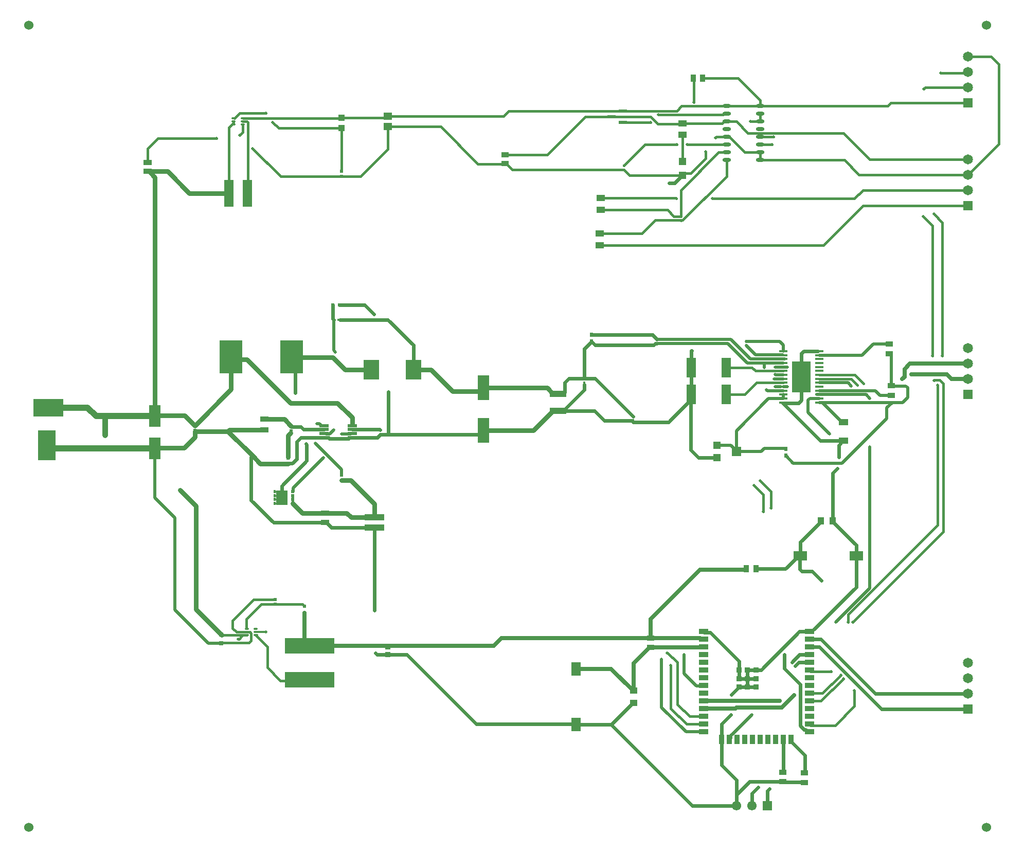
<source format=gtl>
G04*
G04 #@! TF.GenerationSoftware,Altium Limited,Altium Designer,24.10.1 (45)*
G04*
G04 Layer_Physical_Order=1*
G04 Layer_Color=255*
%FSLAX25Y25*%
%MOIN*%
G70*
G04*
G04 #@! TF.SameCoordinates,253C2AE7-DEF5-4279-9A70-D321F830DA34*
G04*
G04*
G04 #@! TF.FilePolarity,Positive*
G04*
G01*
G75*
%ADD14C,0.01000*%
%ADD15R,0.05906X0.03543*%
%ADD16R,0.03543X0.05906*%
%ADD17R,0.03543X0.03543*%
%ADD18R,0.03568X0.03563*%
G04:AMPARAMS|DCode=19|XSize=26.38mil|YSize=11.81mil|CornerRadius=1.95mil|HoleSize=0mil|Usage=FLASHONLY|Rotation=0.000|XOffset=0mil|YOffset=0mil|HoleType=Round|Shape=RoundedRectangle|*
%AMROUNDEDRECTD19*
21,1,0.02638,0.00791,0,0,0.0*
21,1,0.02248,0.01181,0,0,0.0*
1,1,0.00390,0.01124,-0.00396*
1,1,0.00390,-0.01124,-0.00396*
1,1,0.00390,-0.01124,0.00396*
1,1,0.00390,0.01124,0.00396*
%
%ADD19ROUNDEDRECTD19*%
%ADD20R,0.12205X0.20394*%
%ADD21R,0.05807X0.01772*%
%ADD22O,0.05512X0.02362*%
%ADD23R,0.02362X0.02362*%
%ADD24R,0.32284X0.10236*%
%ADD25R,0.02756X0.02756*%
%ADD26R,0.04969X0.03378*%
%ADD27R,0.03378X0.04969*%
%ADD28R,0.01860X0.01843*%
%ADD29R,0.03937X0.04921*%
%ADD30R,0.05709X0.04921*%
%ADD31R,0.02362X0.02362*%
%ADD32R,0.04969X0.03771*%
%ADD33R,0.02441X0.02598*%
G04:AMPARAMS|DCode=34|XSize=17.72mil|YSize=61.02mil|CornerRadius=1.95mil|HoleSize=0mil|Usage=FLASHONLY|Rotation=90.000|XOffset=0mil|YOffset=0mil|HoleType=Round|Shape=RoundedRectangle|*
%AMROUNDEDRECTD34*
21,1,0.01772,0.05713,0,0,90.0*
21,1,0.01382,0.06102,0,0,90.0*
1,1,0.00390,0.02856,0.00691*
1,1,0.00390,0.02856,-0.00691*
1,1,0.00390,-0.02856,-0.00691*
1,1,0.00390,-0.02856,0.00691*
%
%ADD34ROUNDEDRECTD34*%
%ADD35R,0.01822X0.02190*%
%ADD36R,0.06496X0.12795*%
%ADD37R,0.10709X0.04016*%
%ADD38R,0.02362X0.02756*%
%ADD39R,0.01654X0.01811*%
%ADD40R,0.04724X0.04724*%
%ADD41R,0.05906X0.06299*%
%ADD42R,0.15158X0.21654*%
%ADD43R,0.05906X0.17323*%
%ADD44R,0.03771X0.04969*%
%ADD45R,0.03985X0.04168*%
%ADD46R,0.05315X0.03740*%
G04:AMPARAMS|DCode=47|XSize=58.04mil|YSize=23.03mil|CornerRadius=11.51mil|HoleSize=0mil|Usage=FLASHONLY|Rotation=180.000|XOffset=0mil|YOffset=0mil|HoleType=Round|Shape=RoundedRectangle|*
%AMROUNDEDRECTD47*
21,1,0.05804,0.00000,0,0,180.0*
21,1,0.03501,0.02303,0,0,180.0*
1,1,0.02303,-0.01750,0.00000*
1,1,0.02303,0.01750,0.00000*
1,1,0.02303,0.01750,0.00000*
1,1,0.02303,-0.01750,0.00000*
%
%ADD47ROUNDEDRECTD47*%
%ADD48R,0.05804X0.02303*%
%ADD49R,0.05512X0.04134*%
%ADD50R,0.04921X0.04528*%
%ADD51R,0.01772X0.01772*%
%ADD52R,0.09843X0.12992*%
%ADD53R,0.07480X0.16339*%
%ADD54R,0.01772X0.01772*%
%ADD55R,0.07284X0.13976*%
%ADD56R,0.02480X0.01968*%
%ADD57R,0.01614X0.01968*%
%ADD58R,0.07480X0.09646*%
%ADD59R,0.05512X0.03740*%
%ADD60R,0.06299X0.03937*%
%ADD61R,0.12992X0.04134*%
%ADD62R,0.05472X0.03780*%
%ADD63R,0.08661X0.06299*%
%ADD64R,0.08583X0.06299*%
%ADD65R,0.06299X0.08661*%
%ADD66R,0.06299X0.08583*%
%ADD67R,0.04921X0.03937*%
%ADD100C,0.06102*%
%ADD101R,0.06102X0.06102*%
%ADD103C,0.02300*%
%ADD104C,0.03000*%
%ADD105C,0.01500*%
%ADD106C,0.01900*%
%ADD107C,0.02000*%
%ADD108C,0.04000*%
%ADD109C,0.03500*%
%ADD110C,0.02500*%
%ADD111C,0.01400*%
%ADD112C,0.02200*%
%ADD113C,0.06000*%
%ADD114R,0.06496X0.06496*%
%ADD115C,0.06496*%
%ADD116R,0.19685X0.11811*%
%ADD117R,0.11811X0.19685*%
%ADD118C,0.01968*%
D14*
X257035Y269882D02*
X258315Y271161D01*
X255075Y275000D02*
X258315Y271760D01*
Y271161D02*
Y271760D01*
Y270563D02*
Y271161D01*
X253768Y267323D02*
X255075D01*
X258315Y270563D01*
X253768Y269882D02*
X257035D01*
X253768Y272441D02*
X257035D01*
X253768Y275000D02*
X255075D01*
D15*
X531551Y184209D02*
D03*
Y179209D02*
D03*
Y174209D02*
D03*
Y169209D02*
D03*
Y164209D02*
D03*
Y159209D02*
D03*
Y154209D02*
D03*
Y149209D02*
D03*
Y144209D02*
D03*
Y139209D02*
D03*
Y134209D02*
D03*
Y129209D02*
D03*
Y124209D02*
D03*
Y119209D02*
D03*
X600449D02*
D03*
Y124209D02*
D03*
Y129209D02*
D03*
Y134209D02*
D03*
Y139209D02*
D03*
Y144209D02*
D03*
Y149209D02*
D03*
Y154209D02*
D03*
Y159209D02*
D03*
Y164209D02*
D03*
Y169209D02*
D03*
Y174209D02*
D03*
Y179209D02*
D03*
Y184209D02*
D03*
D16*
X543500Y114287D02*
D03*
X548500D02*
D03*
X553500D02*
D03*
X558500D02*
D03*
X563500D02*
D03*
X568500D02*
D03*
X573500D02*
D03*
X578500D02*
D03*
X583500D02*
D03*
X588500D02*
D03*
D17*
X554583Y159327D02*
D03*
X560094D02*
D03*
X565606D02*
D03*
X554583Y153815D02*
D03*
X560094D02*
D03*
X565606D02*
D03*
X554583Y148303D02*
D03*
X560094D02*
D03*
X565606D02*
D03*
D18*
X327000Y169500D02*
D03*
Y174229D02*
D03*
D19*
X241413Y185968D02*
D03*
Y184000D02*
D03*
Y182032D02*
D03*
X235587D02*
D03*
Y184000D02*
D03*
Y185968D02*
D03*
X232913Y516968D02*
D03*
Y515000D02*
D03*
Y513031D02*
D03*
X227087D02*
D03*
Y515000D02*
D03*
Y516968D02*
D03*
D20*
X595067Y349425D02*
D03*
D21*
X606634Y366059D02*
D03*
Y363500D02*
D03*
Y360941D02*
D03*
Y358382D02*
D03*
Y355823D02*
D03*
Y353264D02*
D03*
Y350705D02*
D03*
Y348146D02*
D03*
Y345587D02*
D03*
Y343028D02*
D03*
Y340469D02*
D03*
Y337910D02*
D03*
Y335350D02*
D03*
Y332791D02*
D03*
X583500D02*
D03*
Y335350D02*
D03*
Y337910D02*
D03*
Y340469D02*
D03*
Y343028D02*
D03*
Y345587D02*
D03*
Y348146D02*
D03*
Y350705D02*
D03*
Y353264D02*
D03*
Y355823D02*
D03*
Y358382D02*
D03*
Y360941D02*
D03*
Y363500D02*
D03*
Y366059D02*
D03*
D22*
X546673Y525000D02*
D03*
Y520000D02*
D03*
Y515000D02*
D03*
Y510000D02*
D03*
Y505000D02*
D03*
Y500000D02*
D03*
Y495000D02*
D03*
Y490000D02*
D03*
X568327Y525000D02*
D03*
Y520000D02*
D03*
Y515000D02*
D03*
Y510000D02*
D03*
Y505000D02*
D03*
Y500000D02*
D03*
Y495000D02*
D03*
Y490000D02*
D03*
D23*
X273000Y200567D02*
D03*
Y196433D02*
D03*
D24*
X276500Y175024D02*
D03*
Y152976D02*
D03*
D25*
X219000Y176744D02*
D03*
Y182256D02*
D03*
D26*
X497500Y180059D02*
D03*
X652000Y370559D02*
D03*
Y364441D02*
D03*
X653500Y337441D02*
D03*
Y343559D02*
D03*
X597000Y86441D02*
D03*
Y92559D02*
D03*
X497500Y173941D02*
D03*
X583000Y86941D02*
D03*
Y93059D02*
D03*
D27*
X559441Y225000D02*
D03*
X565559D02*
D03*
D28*
X254000Y201917D02*
D03*
Y205083D02*
D03*
X297000Y479417D02*
D03*
Y482583D02*
D03*
X262500Y293417D02*
D03*
Y296583D02*
D03*
X297000Y282417D02*
D03*
Y285583D02*
D03*
D29*
X607563Y256000D02*
D03*
X615437D02*
D03*
D30*
X327000Y518347D02*
D03*
Y511654D02*
D03*
D31*
X291433Y396000D02*
D03*
X295567D02*
D03*
D32*
X403000Y493363D02*
D03*
Y487637D02*
D03*
D33*
X202000Y317732D02*
D03*
Y314268D02*
D03*
X264500Y314035D02*
D03*
Y317500D02*
D03*
D34*
X304153Y310161D02*
D03*
Y312720D02*
D03*
Y315280D02*
D03*
Y317839D02*
D03*
X285846Y310161D02*
D03*
Y312720D02*
D03*
Y315280D02*
D03*
Y317839D02*
D03*
D35*
X559500Y369609D02*
D03*
Y372391D02*
D03*
D36*
X546220Y355500D02*
D03*
X523779D02*
D03*
X546220Y338000D02*
D03*
X523779D02*
D03*
D37*
X437500Y327488D02*
D03*
Y338512D02*
D03*
D38*
X459000Y376665D02*
D03*
Y372335D02*
D03*
X585000Y302665D02*
D03*
Y298335D02*
D03*
D39*
X480000Y486299D02*
D03*
Y483701D02*
D03*
X517000Y450701D02*
D03*
Y453299D02*
D03*
X454500Y345701D02*
D03*
Y348299D02*
D03*
X501500Y371201D02*
D03*
Y373799D02*
D03*
X486000Y321201D02*
D03*
Y323799D02*
D03*
D40*
X540205Y304937D02*
D03*
Y297063D02*
D03*
D41*
X553000Y301000D02*
D03*
D42*
X225500Y362500D02*
D03*
X264673D02*
D03*
D43*
X236004Y468500D02*
D03*
X223996D02*
D03*
D44*
X525137Y543000D02*
D03*
X530863D02*
D03*
D45*
X297000Y510548D02*
D03*
Y517452D02*
D03*
D46*
X171500Y488453D02*
D03*
Y482547D02*
D03*
D47*
X472000Y518000D02*
D03*
X479364Y521740D02*
D03*
D48*
Y514260D02*
D03*
D49*
X518000Y513740D02*
D03*
Y506260D02*
D03*
X465000Y465240D02*
D03*
Y457760D02*
D03*
X464500Y434760D02*
D03*
Y442240D02*
D03*
D50*
X518000Y489126D02*
D03*
Y479874D02*
D03*
D51*
X291925Y386500D02*
D03*
X295075D02*
D03*
D52*
X316417Y354000D02*
D03*
X343583D02*
D03*
D53*
X389000Y342181D02*
D03*
Y314819D02*
D03*
D54*
X322000Y315075D02*
D03*
Y311925D02*
D03*
D55*
X176000Y323933D02*
D03*
Y303067D02*
D03*
D56*
X265500Y267323D02*
D03*
Y269882D02*
D03*
Y272441D02*
D03*
Y275000D02*
D03*
D57*
X253768D02*
D03*
Y272441D02*
D03*
Y269882D02*
D03*
Y267323D02*
D03*
D58*
X258315Y271161D02*
D03*
D59*
X247000Y314858D02*
D03*
Y322142D02*
D03*
D60*
X622500Y308095D02*
D03*
Y319905D02*
D03*
D61*
X318500Y251752D02*
D03*
Y258248D02*
D03*
D62*
X286500Y261110D02*
D03*
Y254890D02*
D03*
D63*
X594410Y233500D02*
D03*
D64*
X630590D02*
D03*
D65*
X449000Y160091D02*
D03*
D66*
Y123909D02*
D03*
D67*
X486500Y138063D02*
D03*
Y145937D02*
D03*
D100*
X553000Y71500D02*
D03*
X563000D02*
D03*
D101*
X573000D02*
D03*
D103*
X554583Y148303D02*
X560094D01*
X565606D01*
X554583Y153815D02*
Y159327D01*
X560094D02*
X565606D01*
X560094Y153815D02*
X565606D01*
X554583D02*
X560094D01*
Y148303D02*
Y153815D01*
Y159327D01*
X583000Y332500D02*
X607406Y308095D01*
X583000Y332500D02*
X593220D01*
X486000Y320000D02*
X508929D01*
X485000Y321000D02*
X486000Y320000D01*
X549780Y143500D02*
X554583Y148303D01*
X565606Y159327D02*
X569000D01*
Y159500D01*
X554583Y159327D02*
Y164917D01*
X285846Y310161D02*
X286111Y309897D01*
X288681D02*
X289078Y309500D01*
X301855D02*
X302252Y309897D01*
X303889D02*
X304153Y310161D01*
X286111Y309897D02*
X288681D01*
X289078Y309500D02*
X301855D01*
X302252Y309897D02*
X303889D01*
X532173Y183587D02*
X535913D01*
X554583Y164917D01*
X531551Y184209D02*
X532173Y183587D01*
X543500Y114287D02*
Y124500D01*
Y97568D02*
Y114287D01*
Y124500D02*
X549500Y130500D01*
X318500Y198000D02*
Y251752D01*
X319000Y170500D02*
X320000Y169500D01*
X327000D01*
X339500D01*
X647000Y134000D02*
X703000D01*
X606791Y174209D02*
X647000Y134000D01*
X643000Y144000D02*
X703000D01*
X600449Y179209D02*
X607791D01*
X643000Y144000D01*
X594000Y224847D02*
Y233090D01*
X595347Y223500D02*
X602000D01*
X594000Y233090D02*
X594410Y233500D01*
X594000Y224847D02*
X595347Y223500D01*
X602000D02*
X608000Y217500D01*
X584000Y160500D02*
Y169500D01*
Y160500D02*
X594400Y150100D01*
Y123200D02*
Y150100D01*
Y123200D02*
X596813Y120787D01*
X597689D01*
X599268Y119209D01*
X600449D01*
X523890Y366390D02*
X524000Y366500D01*
X589000Y164500D02*
X593709Y169209D01*
X600449D01*
X593209Y164209D02*
X600449D01*
X591000Y162000D02*
X593209Y164209D01*
X607406Y308095D02*
X621319D01*
X620500Y307276D02*
X621319Y308095D01*
X619500Y297500D02*
Y305095D01*
X621319Y308095D02*
X622500D01*
X620500Y306095D02*
Y307276D01*
X619500Y305095D02*
X620500Y306095D01*
X615437Y286937D02*
X618500Y290000D01*
X615437Y256000D02*
Y286937D01*
X512929Y475000D02*
X517803Y479874D01*
X509500Y475000D02*
X512929D01*
X517803Y479874D02*
X518000D01*
X523779Y366280D02*
X523890Y366390D01*
X523779Y355500D02*
Y366280D01*
X600449Y174209D02*
X606791D01*
X573000Y71500D02*
Y81000D01*
X574500Y82500D01*
X563000Y79500D02*
X567000Y83500D01*
X563000Y71500D02*
Y79500D01*
X553000Y78500D02*
Y88068D01*
X582941Y87000D02*
X583000Y86941D01*
X561500Y87000D02*
X582941D01*
X553000Y78500D02*
X561500Y87000D01*
X553000Y71500D02*
Y78500D01*
X543500Y97568D02*
X553000Y88068D01*
X471854Y123909D02*
X524264Y71500D01*
X553000D01*
X384500Y124500D02*
X448410D01*
X449000Y123909D01*
X339500Y169500D02*
X384500Y124500D01*
X583000Y86941D02*
X583250Y86691D01*
X596750D01*
X597000Y86441D01*
X597500Y93059D02*
Y104106D01*
X597000Y92559D02*
X597500Y93059D01*
X588500Y113106D02*
X597500Y104106D01*
X588500Y113106D02*
Y114287D01*
X583000Y93059D02*
X583250Y93309D01*
Y114037D01*
X583500Y114287D01*
X601630Y184209D02*
X630590Y213169D01*
Y233500D01*
X600449Y184209D02*
X601630D01*
X615437Y255508D02*
X630590Y240354D01*
Y233500D02*
Y240354D01*
X615437Y255508D02*
Y256000D01*
X607563Y255508D02*
Y256000D01*
X594410Y233500D02*
Y242354D01*
X607563Y255508D01*
X584728Y225000D02*
X593228Y233500D01*
X594410D01*
X565559Y225000D02*
X584728D01*
X569000Y159500D02*
X593709Y184209D01*
X600449D01*
X449000Y123909D02*
X471854D01*
X486008Y138063D01*
X596536Y366036D02*
X605536D01*
X595067Y364567D02*
X596536Y366036D01*
X595067Y349425D02*
Y364567D01*
X523779Y338000D02*
Y355500D01*
X500500Y370999D02*
X501500D01*
X595067Y334347D02*
Y349425D01*
X593220Y332500D02*
X595067Y334347D01*
X508929Y320000D02*
X523500Y334571D01*
Y336146D01*
Y302000D02*
Y334571D01*
Y336146D02*
X523779Y336425D01*
X528437Y297063D02*
X540205D01*
X523500Y302000D02*
X528437Y297063D01*
X440846Y327488D02*
X461012D01*
X437500D02*
X440846D01*
X467500Y321000D02*
X485000D01*
X461012Y327488D02*
X467500Y321000D01*
X461500Y348299D02*
X486000Y323799D01*
X454500Y348299D02*
X461500D01*
X499501Y370000D02*
X500500Y370999D01*
X461335Y370000D02*
X499501D01*
X459228Y372107D02*
X461335Y370000D01*
X459000Y372138D02*
Y372335D01*
Y372138D02*
X459031Y372107D01*
X459228D01*
X498634Y376665D02*
X501500Y373799D01*
X459000Y376665D02*
X498634D01*
X454500Y348299D02*
Y367638D01*
X459000Y372138D01*
X440846Y327488D02*
X454500Y341142D01*
Y344500D01*
X444500Y348500D02*
X454299D01*
X454500Y348299D01*
X437500Y338512D02*
X440846D01*
X441704Y339370D01*
Y345704D01*
X444500Y348500D01*
X434154Y327488D02*
X437500D01*
X434154Y338512D02*
X437500D01*
X386819Y340000D02*
X389000Y342181D01*
X327500Y311925D02*
X386410D01*
X322000D02*
X327500D01*
Y339617D01*
X312000Y396000D02*
X318000Y390000D01*
X295567Y396000D02*
X312000D01*
X238500Y269500D02*
Y297500D01*
X239222Y298221D01*
X238500Y269500D02*
X253110Y254890D01*
X286500D01*
X265173Y362000D02*
X267000Y360173D01*
Y339000D02*
Y360173D01*
X264673Y362500D02*
X265173Y362000D01*
X274500Y295000D02*
Y305500D01*
X274000Y306000D02*
X274500Y305500D01*
X258315Y271760D02*
Y278815D01*
X274500Y295000D01*
X265185Y293185D02*
X268000Y296000D01*
X263280Y293185D02*
X265185D01*
X268000Y296000D02*
Y307500D01*
X270661Y310161D02*
X285846D01*
X268000Y307500D02*
X270661Y310161D01*
X270650Y316850D02*
X272220Y315280D01*
X264970Y317000D02*
X267735D01*
X267885Y316850D01*
X270650D01*
X272220Y315280D02*
X285846D01*
X327000Y386500D02*
X343583Y369917D01*
X296000Y386500D02*
X327000D01*
X343583Y354000D02*
Y369917D01*
X291433Y386992D02*
X291925Y386500D01*
X291433Y386992D02*
Y396000D01*
X287347Y254890D02*
X290484Y251752D01*
X286500Y254890D02*
X287347D01*
X290484Y251752D02*
X318500D01*
X389000Y314515D02*
Y314819D01*
X386410Y311925D02*
X389000Y314515D01*
X320236Y310161D02*
X322000Y311925D01*
X304153Y310161D02*
X320236D01*
X304153Y315280D02*
X321795D01*
D104*
X202000Y314000D02*
X223443D01*
X244443Y293000D02*
X262500D01*
X192500Y276000D02*
X202691Y265809D01*
Y198565D02*
Y265809D01*
Y198565D02*
X219224Y182032D01*
X143661Y323779D02*
X144000Y324118D01*
X176000Y323933D02*
Y478835D01*
X172287Y482547D02*
X176000Y478835D01*
X171500Y482547D02*
X184453D01*
X176000Y324366D02*
X195366D01*
X176433Y303500D02*
X195000D01*
X176000Y303067D02*
X176433Y303500D01*
X195000D02*
X202000Y310500D01*
Y314000D01*
X300390Y261110D02*
X303252Y258248D01*
X271713Y261110D02*
X300390D01*
X303252Y258248D02*
X318500D01*
X303083Y282417D02*
X318500Y267000D01*
Y258248D02*
Y267000D01*
X297000Y282417D02*
X303083D01*
X389000Y314819D02*
X421484D01*
X434154Y327488D01*
X389000Y342181D02*
X430484D01*
X434154Y338512D01*
X369000Y340000D02*
X386819D01*
X355000Y354000D02*
X369000Y340000D01*
X343583Y354000D02*
X355000D01*
X239222Y298221D02*
X244443Y293000D01*
X223443Y314000D02*
X239222Y298221D01*
X264000Y332500D02*
X294500D01*
X304000Y323000D01*
X235821Y360679D02*
X264000Y332500D01*
X265500Y267323D02*
X271713Y261110D01*
X227321Y360679D02*
X235821D01*
X225500Y362500D02*
X227321Y360679D01*
X304000Y319000D02*
Y323000D01*
X265173Y362000D02*
X291500D01*
X299500Y354000D02*
X316417D01*
X291500Y362000D02*
X299500Y354000D01*
X262500Y297500D02*
Y311500D01*
X264000Y313000D01*
X259858Y322142D02*
X264500Y317500D01*
X247000Y322142D02*
X259858D01*
X224301Y314858D02*
X247000D01*
X223443Y314000D02*
X224301Y314858D01*
X225500Y341232D02*
Y362500D01*
X202000Y317732D02*
X225500Y341232D01*
X195366Y324366D02*
X202000Y317732D01*
X198500Y468500D02*
X223996D01*
X184453Y482547D02*
X198500Y468500D01*
D105*
X228969Y184031D02*
X235587D01*
X219000Y177000D02*
X237000D01*
X565250Y353250D02*
X573456D01*
X578416Y353322D02*
X578474Y353264D01*
X573456Y353250D02*
X573528Y353322D01*
X578474Y353264D02*
X583500D01*
X563000Y355500D02*
X565250Y353250D01*
X573528Y353322D02*
X578416D01*
X575500Y264500D02*
Y275000D01*
X568500Y282000D02*
X575500Y275000D01*
X564500Y279000D02*
X570500Y273000D01*
Y262000D02*
Y273000D01*
X510500Y134500D02*
Y162500D01*
X171500Y488453D02*
Y497500D01*
X178000Y504000D02*
X216000D01*
X171500Y497500D02*
X178000Y504000D01*
X223996Y510925D02*
X227087Y514016D01*
X230000Y179500D02*
X230797D01*
X232500Y181203D01*
Y182032D01*
X235587D01*
X219224D02*
X232500D01*
X257500Y152500D02*
X276024D01*
X249000Y161000D02*
Y174445D01*
Y161000D02*
X257500Y152500D01*
X241982Y181463D02*
X249000Y174445D01*
X276024Y152500D02*
X276500Y152976D01*
X241413Y182032D02*
X241823D01*
X241982Y181872D01*
Y181463D02*
Y181872D01*
X271650Y201917D02*
X273000Y200567D01*
X254000Y201917D02*
X271650D01*
X235500Y192500D02*
X244917Y201917D01*
X235500Y186528D02*
Y192500D01*
X244917Y201917D02*
X254000D01*
X226500Y186500D02*
X228969Y184031D01*
X226500Y186500D02*
Y191500D01*
X240083Y205083D01*
X254000D01*
X238500Y178500D02*
Y183121D01*
X236156Y184000D02*
X237621D01*
X237000Y177000D02*
X238500Y178500D01*
X237621Y184000D02*
X238500Y183121D01*
X718000Y557000D02*
X723000Y552000D01*
Y500500D02*
Y552000D01*
X703000Y557000D02*
X718000D01*
X703000Y480500D02*
X723000Y500500D01*
X702500Y546500D02*
X703000Y547000D01*
X685500Y546500D02*
X702500D01*
X675500Y537000D02*
X703000D01*
X674500Y536000D02*
X675500Y537000D01*
X653000Y527000D02*
X703000D01*
X681000Y455000D02*
X686500Y449500D01*
Y363000D02*
Y449500D01*
X674000Y453500D02*
X680000Y447500D01*
Y363000D02*
Y447500D01*
X639500Y490500D02*
X703000D01*
X635000Y470500D02*
X703000D01*
X635000Y460500D02*
X703000D01*
X568327Y525000D02*
X651000D01*
X653000Y527000D01*
X683500Y253389D02*
Y344000D01*
X625500Y195389D02*
X683500Y253389D01*
X684750Y347250D02*
X687000Y345000D01*
X681000Y347000D02*
X681250Y347250D01*
X684750D01*
X687000Y249000D02*
Y345000D01*
X628500Y190500D02*
X687000Y249000D01*
X625500Y190500D02*
Y195389D01*
X617000Y123500D02*
X629500Y136000D01*
Y146000D01*
X608709Y144209D02*
X620553Y156053D01*
X600449Y144209D02*
X608709D01*
X600449Y139209D02*
X607709D01*
X622250Y153750D01*
X600449Y124209D02*
X601158Y123500D01*
X617000D01*
X601158Y158500D02*
X614500D01*
X600449Y159209D02*
X601158Y158500D01*
X568327Y500000D02*
X576000D01*
X568327Y505000D02*
X577000D01*
X510500Y134500D02*
X520791Y124209D01*
X531551D01*
X508000Y170500D02*
X508500D01*
X514664Y164336D01*
Y137164D02*
X522620Y129209D01*
X531551D01*
X514664Y137164D02*
Y164336D01*
X627354Y348146D02*
X631500Y344000D01*
X606634Y348146D02*
X627354D01*
X629795Y350705D02*
X635500Y345000D01*
X606634Y350705D02*
X629795D01*
X483827Y479874D02*
X517803D01*
X546220Y355500D02*
X563000D01*
X558500Y338000D02*
X566087Y345587D01*
X583500D01*
X546220Y338000D02*
X558500D01*
X264500Y317471D02*
Y317500D01*
Y317471D02*
X264970Y317000D01*
X629500Y465000D02*
X635000Y470500D01*
X537500Y465000D02*
X629500D01*
X465000Y465240D02*
X513760D01*
X514000Y465000D01*
X533000Y491000D02*
Y495500D01*
X518000Y479874D02*
X519514Y481388D01*
X523388D01*
X533000Y491000D01*
X517000Y470500D02*
X541500Y495000D01*
X518057Y450856D02*
X546673Y479472D01*
X541500Y495000D02*
X546673D01*
X517000Y453378D02*
Y470500D01*
X546673Y479472D02*
Y490000D01*
X609260Y434760D02*
X635000Y460500D01*
X464500Y434760D02*
X609260D01*
X540000Y505000D02*
X546673D01*
X539500Y504500D02*
X540000Y505000D01*
X525500Y527500D02*
Y542637D01*
X525137Y543000D02*
X525500Y542637D01*
X562000Y515000D02*
X568327D01*
X622500Y507500D02*
X639500Y490500D01*
X560500Y507500D02*
X622500D01*
X553000Y515000D02*
X560500Y507500D01*
X546673Y515000D02*
X553000D01*
X623000Y490000D02*
X632500Y480500D01*
X703000D01*
X568327Y490000D02*
X623000D01*
X516701Y451000D02*
X516845Y450856D01*
X517000Y450701D02*
Y450779D01*
X516923Y450856D02*
X517000Y450779D01*
X516845Y450856D02*
X516923D01*
X500500Y451000D02*
X516701D01*
X491740Y442240D02*
X500500Y451000D01*
X464500Y442240D02*
X491740D01*
X516845Y453455D02*
X516923D01*
X517000Y453299D02*
Y453378D01*
X516923Y453455D02*
X517000Y453378D01*
X516799Y453500D02*
X516845Y453455D01*
X512500Y453500D02*
X516799D01*
X508240Y457760D02*
X512500Y453500D01*
X465000Y457760D02*
X508240D01*
X493701Y500000D02*
X514500D01*
X521000D02*
X546673D01*
X480077Y486455D02*
X480156D01*
X493701Y500000D01*
X480000Y486299D02*
Y486378D01*
X480077Y486455D01*
X480000Y483622D02*
X480077Y483545D01*
X480156D01*
X483827Y479874D01*
X480000Y483622D02*
Y483701D01*
X403000Y487637D02*
X403599D01*
X407535Y483701D01*
X480000D01*
X518000Y513740D02*
X543605D01*
X544865Y515000D01*
X546673D01*
X544365Y519500D02*
X544865Y520000D01*
X546673D01*
X502500Y519500D02*
X544365D01*
X497260Y514260D02*
X497500Y514500D01*
X479364Y514260D02*
X497260D01*
X568327Y525000D02*
Y528673D01*
X530863Y543000D02*
X554000D01*
X568327Y528673D01*
X514240Y521740D02*
X517500Y525000D01*
X546673D01*
X479364Y521740D02*
X514240D01*
X518000Y489126D02*
Y506260D01*
X517760Y513500D02*
X518000Y513740D01*
X502000Y513500D02*
X517760D01*
X497500Y518000D02*
X502000Y513500D01*
X472000Y518000D02*
X497500D01*
X568327Y490000D02*
Y495000D01*
X546673Y505000D02*
X548248D01*
X558248Y495000D01*
X568327D01*
Y515000D02*
Y520000D01*
X546673Y525000D02*
X568327D01*
X455000Y518000D02*
X472000D01*
X403000Y493363D02*
X430363D01*
X455000Y518000D01*
X402863Y487500D02*
X403000Y487637D01*
X385500Y487500D02*
X402863D01*
X361347Y511654D02*
X385500Y487500D01*
X327000Y511654D02*
X361347D01*
X402000Y518500D02*
X405240Y521740D01*
X327153Y518500D02*
X402000D01*
X326105Y517452D02*
X327153Y518500D01*
X405240Y521740D02*
X479364D01*
X233500Y517000D02*
X296548D01*
X297000Y517452D01*
X235569Y515000D02*
X236232Y514336D01*
Y468728D02*
Y514336D01*
X232913Y515000D02*
X232913Y515000D01*
X235569D01*
X297000Y517452D02*
X326105D01*
X309417Y479417D02*
X327000Y497000D01*
Y511654D01*
X297000Y479417D02*
X309417D01*
X297000Y482583D02*
Y510548D01*
X239500Y497500D02*
X257583Y479417D01*
X297000D01*
X231028Y520500D02*
X248000D01*
X227656Y517128D02*
X231028Y520500D01*
X252500Y514500D02*
X256452Y510548D01*
X297000D01*
X233000Y508000D02*
Y513000D01*
X231000Y506000D02*
X233000Y508000D01*
X236004Y468500D02*
X236232Y468728D01*
X223996Y468500D02*
Y510925D01*
X265500Y269882D02*
Y272441D01*
Y267323D02*
Y269882D01*
D106*
X297000Y312500D02*
X303000D01*
X526861Y149139D02*
X531481D01*
X519000Y157000D02*
X526861Y149139D01*
X531481D02*
X531551Y149209D01*
X519000Y157000D02*
Y169500D01*
X600613Y335350D02*
X606634D01*
X599500Y334237D02*
X600613Y335350D01*
X599500Y326500D02*
Y334237D01*
Y326500D02*
X613500Y312500D01*
X281127Y318873D02*
X282775D01*
X283745Y317903D01*
X504500Y135000D02*
X520291Y119209D01*
X531551D01*
X504500Y135000D02*
Y166500D01*
X606634Y337910D02*
X637090D01*
X605000D02*
X606634D01*
X637090D02*
X639500Y335500D01*
X606634Y345587D02*
X625413D01*
X627500Y343500D01*
X549322Y115109D02*
Y116884D01*
X548500Y114287D02*
X549322Y115109D01*
X550278Y117841D02*
Y117841D01*
X562938Y130500D01*
X549322Y116884D02*
X550278Y117841D01*
X617500Y190500D02*
X639500Y212500D01*
Y304000D01*
X562938Y130500D02*
X563000D01*
X289500Y312500D02*
X292000Y315000D01*
X287000Y312500D02*
X289500D01*
X265500Y275000D02*
X265693D01*
X265727Y275034D02*
Y277227D01*
X265693Y275000D02*
X265727Y275034D01*
Y277227D02*
X285500Y297000D01*
X280000Y306500D02*
X297000Y289500D01*
Y285583D02*
Y289500D01*
X291925Y366575D02*
X293000Y365500D01*
X291925Y366575D02*
Y386500D01*
D107*
X578000Y343000D02*
X581597D01*
X583484D02*
X583500Y342984D01*
X577500Y348000D02*
X577646Y348146D01*
X583500D01*
X578000Y351000D02*
X578295Y350705D01*
X583500D01*
X176000Y271000D02*
Y302000D01*
Y271000D02*
X189000Y258000D01*
Y198500D02*
Y258000D01*
Y198500D02*
X210756Y176744D01*
X219000D01*
X583485Y340484D02*
X583500Y340469D01*
X573016Y340484D02*
X583485D01*
X572500Y341000D02*
X573016Y340484D01*
X571809Y358382D02*
X583500D01*
X560118D02*
X571809D01*
X571000Y357573D02*
X571809Y358382D01*
X571000Y355500D02*
Y357573D01*
X583500Y335350D02*
Y337910D01*
X646000Y337500D02*
X653441D01*
X606748Y332677D02*
X608547D01*
X643032Y340469D02*
X646000Y337500D01*
X606634Y332791D02*
X606748Y332677D01*
X606634Y340469D02*
X643032D01*
X606634Y332791D02*
X654000D01*
X608547Y332677D02*
X621319Y319905D01*
X583500Y355823D02*
X586000D01*
X577911D02*
X583500D01*
X650500Y322500D02*
Y329291D01*
X589835Y293500D02*
X621500D01*
X650500Y322500D01*
X654000Y332791D02*
X660791D01*
X650500Y329291D02*
X654000Y332791D01*
X585000Y298138D02*
X585181Y297957D01*
X585378D01*
X585000Y298138D02*
Y298335D01*
X585378Y297957D02*
X589835Y293500D01*
X653500Y343559D02*
X653559Y343500D01*
X662828D02*
X664000Y342328D01*
Y336000D02*
Y342328D01*
X653559Y343500D02*
X662828D01*
X660791Y332791D02*
X664000Y336000D01*
X549201Y373799D02*
X562059Y360941D01*
X547501Y370999D02*
X560118Y358382D01*
X562059Y360941D02*
X583500D01*
X584500D01*
X583500Y342984D02*
X586089Y342970D01*
X501500Y370999D02*
X547501D01*
X565519Y363591D02*
X583024D01*
X559595Y369514D02*
X565519Y363591D01*
X501500Y373799D02*
X549201D01*
X559500Y369603D02*
X559589Y369514D01*
X559595D01*
X621319Y319905D02*
X622500D01*
X653441Y337500D02*
X653500Y337441D01*
Y343559D02*
Y363736D01*
X652795Y364441D02*
X653500Y363736D01*
X652000Y364441D02*
X652795D01*
X634500Y363500D02*
X641559Y370559D01*
X652000D01*
X606634Y363500D02*
X634500D01*
X553000Y314500D02*
X573850Y335350D01*
X583500D01*
X553000Y301197D02*
Y314500D01*
Y301000D02*
Y301197D01*
X571000Y303000D02*
X584819D01*
X585000Y302665D02*
Y302819D01*
X584819Y303000D02*
X585000Y302819D01*
X569000Y301000D02*
X571000Y303000D01*
X553000Y301000D02*
X569000D01*
X540205Y304937D02*
X549260D01*
X553000Y301197D01*
X559500Y369603D02*
Y369609D01*
X583500Y366059D02*
Y370000D01*
X581110Y372391D02*
X583500Y370000D01*
X559500Y372391D02*
X581110D01*
D108*
X144000Y324118D02*
X174358D01*
X137882D02*
X144000D01*
X132500Y329500D02*
X137882Y324118D01*
X108000Y303000D02*
X174358D01*
X106000Y305000D02*
X108000Y303000D01*
X107000Y329500D02*
X132500D01*
D109*
X143661Y311839D02*
Y323779D01*
D110*
X552709Y139209D02*
X553000Y139500D01*
X531551Y139209D02*
X552709D01*
X531551Y134209D02*
X552209D01*
X553000Y135000D01*
X276500Y175024D02*
X395532D01*
X273000Y178524D02*
X276500Y175024D01*
X273000Y178524D02*
Y196433D01*
X400567Y180059D02*
X497500D01*
X395532Y175024D02*
X400567Y180059D01*
X530370Y179209D02*
X531551D01*
X497500Y180059D02*
X529520D01*
X530370Y179209D01*
X497500Y180059D02*
Y192500D01*
X529500Y224500D01*
X559441Y224939D02*
Y225000D01*
X529500Y224500D02*
X559002D01*
X559441Y224939D01*
X665500Y358000D02*
X703000D01*
X662000Y354500D02*
X665500Y358000D01*
X582500Y135000D02*
X590500Y143000D01*
X553000Y135000D02*
X582500D01*
X553000Y139500D02*
X581186D01*
X531417Y174075D02*
X531551Y174209D01*
X497500Y173941D02*
X497634Y174075D01*
X531417D01*
X471854Y160091D02*
X486008Y145937D01*
X449000Y160091D02*
X471854D01*
X486008Y145937D02*
X486500D01*
Y163736D02*
X496705Y173941D01*
X486500Y145937D02*
Y163736D01*
X496705Y173941D02*
X497500D01*
X662000Y349500D02*
Y354500D01*
X660500Y348000D02*
X662000Y349500D01*
X666500Y351000D02*
X689500D01*
X692500Y348000D02*
X703000D01*
X689500Y351000D02*
X692500Y348000D01*
D111*
X241982Y184000D02*
X248000D01*
D112*
X321795Y315280D02*
X322000Y315075D01*
D113*
X715000Y57500D02*
D03*
X94500D02*
D03*
X715000Y577500D02*
D03*
X94500D02*
D03*
D114*
X703000Y460500D02*
D03*
Y527000D02*
D03*
Y134000D02*
D03*
X703000Y338000D02*
D03*
D115*
X703000Y470500D02*
D03*
Y480500D02*
D03*
Y490500D02*
D03*
Y537000D02*
D03*
Y547000D02*
D03*
Y557000D02*
D03*
Y164000D02*
D03*
Y154000D02*
D03*
Y144000D02*
D03*
X703000Y348000D02*
D03*
Y358000D02*
D03*
Y368000D02*
D03*
D116*
X107000Y329500D02*
D03*
D117*
X106000Y305000D02*
D03*
D118*
X297000Y312500D02*
D03*
X578000Y343000D02*
D03*
X577500Y348000D02*
D03*
X578000Y351000D02*
D03*
X613500Y312500D02*
D03*
X575500Y264500D02*
D03*
X570500Y262000D02*
D03*
X519000Y169500D02*
D03*
X510500Y162500D02*
D03*
X192500Y276000D02*
D03*
X143661Y311839D02*
D03*
X549780Y143500D02*
D03*
X549500Y130500D02*
D03*
X318500Y198000D02*
D03*
X319000Y170500D02*
D03*
X230000Y179500D02*
D03*
X248000Y184000D02*
D03*
X572500Y341000D02*
D03*
X571000Y355500D02*
D03*
X281000Y319000D02*
D03*
X674500Y536000D02*
D03*
X685500Y546500D02*
D03*
X681000Y455000D02*
D03*
X674000Y453500D02*
D03*
X686500Y363000D02*
D03*
X680000D02*
D03*
X683500Y344000D02*
D03*
X681000Y347000D02*
D03*
X625500Y190500D02*
D03*
X628500D02*
D03*
X629500Y146000D02*
D03*
X620553Y156053D02*
D03*
X622250Y153750D02*
D03*
X608000Y217500D02*
D03*
X584000Y169500D02*
D03*
X581186Y139500D02*
D03*
X590500Y143000D02*
D03*
X504500Y166500D02*
D03*
X568500Y282000D02*
D03*
X627500Y343500D02*
D03*
X617500Y190500D02*
D03*
X589000Y164500D02*
D03*
X639500Y304000D02*
D03*
Y335500D02*
D03*
X563000Y130500D02*
D03*
X591000Y162000D02*
D03*
X614500Y158500D02*
D03*
X564500Y279000D02*
D03*
X577911Y355823D02*
D03*
X576000Y500000D02*
D03*
X577000Y505000D02*
D03*
X508000Y170500D02*
D03*
X618500Y290000D02*
D03*
X635500Y345000D02*
D03*
X631500Y344000D02*
D03*
X619500Y297500D02*
D03*
X509500Y475000D02*
D03*
X523890Y366390D02*
D03*
X574500Y82500D02*
D03*
X567000Y83500D02*
D03*
X666500Y351000D02*
D03*
X660500Y348000D02*
D03*
X327500Y339617D02*
D03*
X318000Y390000D02*
D03*
X267000Y339000D02*
D03*
X274000Y306000D02*
D03*
X292000Y315000D02*
D03*
X285500Y297000D02*
D03*
X280000Y306500D02*
D03*
X293000Y365500D02*
D03*
X537500Y465000D02*
D03*
X514000D02*
D03*
X533000Y495500D02*
D03*
X539500Y504500D02*
D03*
X525500Y527500D02*
D03*
X562000Y515000D02*
D03*
X514500Y500000D02*
D03*
X521000D02*
D03*
X502500Y519500D02*
D03*
X497500Y514500D02*
D03*
X239500Y497500D02*
D03*
X248000Y520500D02*
D03*
X252500Y514500D02*
D03*
X231000Y506000D02*
D03*
X216000Y504000D02*
D03*
M02*

</source>
